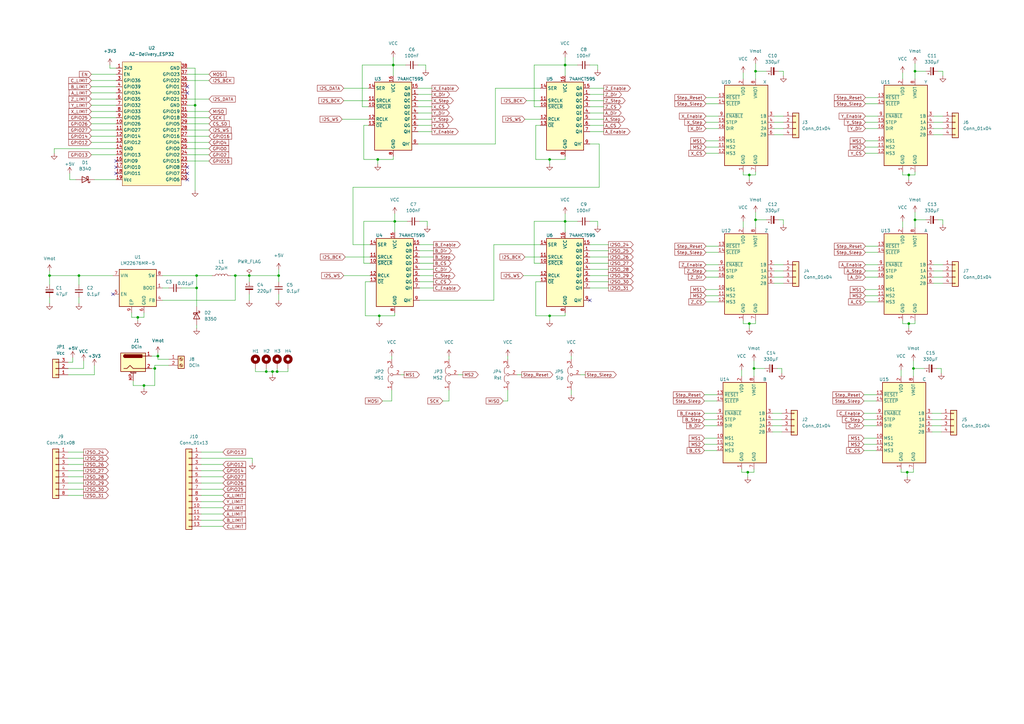
<source format=kicad_sch>
(kicad_sch (version 20210621) (generator eeschema)
  (paper "A3")
  (junction (at 20.32 113.03) (diameter 0.9144))
  (junction (at 32.385 113.03) (diameter 0.9144))
  (junction (at 56.515 130.175) (diameter 0.9144))
  (junction (at 59.055 158.115) (diameter 0.9144))
  (junction (at 63.5 151.13) (diameter 0.9144))
  (junction (at 64.77 146.05) (diameter 0.9144))
  (junction (at 80.01 43.18) (diameter 0.9144))
  (junction (at 80.645 113.03) (diameter 0.9144))
  (junction (at 80.645 118.11) (diameter 0.9144))
  (junction (at 96.52 113.03) (diameter 0.9144))
  (junction (at 102.235 113.03) (diameter 0.9144))
  (junction (at 109.22 152.4) (diameter 0.9144))
  (junction (at 111.76 152.4) (diameter 0.9144))
  (junction (at 113.665 152.4) (diameter 0.9144))
  (junction (at 114.3 113.03) (diameter 0.9144))
  (junction (at 154.94 65.405) (diameter 0.9144))
  (junction (at 155.575 129.54) (diameter 0.9144))
  (junction (at 161.29 26.67) (diameter 0.9144))
  (junction (at 161.925 90.805) (diameter 0.9144))
  (junction (at 225.425 65.405) (diameter 0.9144))
  (junction (at 225.425 129.54) (diameter 0.9144))
  (junction (at 231.775 26.67) (diameter 0.9144))
  (junction (at 231.775 90.805) (diameter 0.9144))
  (junction (at 306.705 193.675) (diameter 0.9144))
  (junction (at 307.34 71.755) (diameter 0.9144))
  (junction (at 307.34 132.715) (diameter 0.9144))
  (junction (at 309.245 151.13) (diameter 0.9144))
  (junction (at 309.88 29.21) (diameter 0.9144))
  (junction (at 309.88 90.17) (diameter 0.9144))
  (junction (at 372.11 193.675) (diameter 0.9144))
  (junction (at 372.745 71.755) (diameter 0.9144))
  (junction (at 372.745 132.715) (diameter 0.9144))
  (junction (at 374.65 151.13) (diameter 0.9144))
  (junction (at 375.285 29.21) (diameter 0.9144))
  (junction (at 375.285 90.17) (diameter 0.9144))
  (no_connect (at 46.355 120.65))
  (no_connect (at 47.625 66.04))
  (no_connect (at 47.625 68.58))
  (no_connect (at 47.625 71.12))
  (no_connect (at 76.835 35.56))
  (no_connect (at 76.835 38.1))
  (no_connect (at 76.835 68.58))
  (no_connect (at 76.835 71.12))
  (no_connect (at 76.835 73.66))
  (no_connect (at 241.935 123.19))
  (wire (pts (xy 20.32 111.125) (xy 20.32 113.03)))
  (wire (pts (xy 20.32 113.03) (xy 20.32 116.84)))
  (wire (pts (xy 20.32 121.92) (xy 20.32 124.46)))
  (wire (pts (xy 22.225 60.96) (xy 47.625 60.96)))
  (wire (pts (xy 22.225 62.865) (xy 22.225 60.96)))
  (wire (pts (xy 27.94 148.59) (xy 29.845 148.59)))
  (wire (pts (xy 27.94 151.13) (xy 34.29 151.13)))
  (wire (pts (xy 27.94 153.67) (xy 38.735 153.67)))
  (wire (pts (xy 27.94 185.42) (xy 34.29 185.42)))
  (wire (pts (xy 27.94 187.96) (xy 34.29 187.96)))
  (wire (pts (xy 27.94 190.5) (xy 34.29 190.5)))
  (wire (pts (xy 27.94 193.04) (xy 34.29 193.04)))
  (wire (pts (xy 27.94 195.58) (xy 34.29 195.58)))
  (wire (pts (xy 27.94 198.12) (xy 34.29 198.12)))
  (wire (pts (xy 27.94 200.66) (xy 34.29 200.66)))
  (wire (pts (xy 27.94 203.2) (xy 34.29 203.2)))
  (wire (pts (xy 28.575 71.12) (xy 28.575 73.66)))
  (wire (pts (xy 28.575 73.66) (xy 31.115 73.66)))
  (wire (pts (xy 29.845 148.59) (xy 29.845 146.685)))
  (wire (pts (xy 32.385 113.03) (xy 20.32 113.03)))
  (wire (pts (xy 32.385 113.03) (xy 32.385 116.84)))
  (wire (pts (xy 32.385 113.03) (xy 46.355 113.03)))
  (wire (pts (xy 32.385 121.92) (xy 32.385 124.46)))
  (wire (pts (xy 34.29 151.13) (xy 34.29 147.955)))
  (wire (pts (xy 37.465 30.48) (xy 47.625 30.48)))
  (wire (pts (xy 37.465 33.02) (xy 47.625 33.02)))
  (wire (pts (xy 37.465 35.56) (xy 47.625 35.56)))
  (wire (pts (xy 37.465 38.1) (xy 47.625 38.1)))
  (wire (pts (xy 37.465 40.64) (xy 47.625 40.64)))
  (wire (pts (xy 37.465 43.18) (xy 47.625 43.18)))
  (wire (pts (xy 37.465 45.72) (xy 47.625 45.72)))
  (wire (pts (xy 37.465 48.26) (xy 47.625 48.26)))
  (wire (pts (xy 37.465 50.8) (xy 47.625 50.8)))
  (wire (pts (xy 37.465 53.34) (xy 47.625 53.34)))
  (wire (pts (xy 37.465 55.88) (xy 47.625 55.88)))
  (wire (pts (xy 37.465 58.42) (xy 47.625 58.42)))
  (wire (pts (xy 37.465 63.5) (xy 47.625 63.5)))
  (wire (pts (xy 38.735 73.66) (xy 47.625 73.66)))
  (wire (pts (xy 38.735 153.67) (xy 38.735 149.86)))
  (wire (pts (xy 45.085 27.94) (xy 45.085 26.67)))
  (wire (pts (xy 47.625 27.94) (xy 45.085 27.94)))
  (wire (pts (xy 53.975 128.27) (xy 53.975 130.175)))
  (wire (pts (xy 53.975 130.175) (xy 56.515 130.175)))
  (wire (pts (xy 54.61 156.21) (xy 54.61 158.115)))
  (wire (pts (xy 54.61 158.115) (xy 59.055 158.115)))
  (wire (pts (xy 56.515 130.175) (xy 56.515 131.445)))
  (wire (pts (xy 56.515 130.175) (xy 59.055 130.175)))
  (wire (pts (xy 59.055 130.175) (xy 59.055 128.27)))
  (wire (pts (xy 59.055 158.115) (xy 59.055 159.385)))
  (wire (pts (xy 59.055 158.115) (xy 63.5 158.115)))
  (wire (pts (xy 62.23 146.05) (xy 64.77 146.05)))
  (wire (pts (xy 63.5 149.86) (xy 63.5 151.13)))
  (wire (pts (xy 63.5 151.13) (xy 62.23 151.13)))
  (wire (pts (xy 63.5 158.115) (xy 63.5 151.13)))
  (wire (pts (xy 64.77 146.05) (xy 64.77 144.78)))
  (wire (pts (xy 64.77 147.32) (xy 64.77 146.05)))
  (wire (pts (xy 66.675 113.03) (xy 80.645 113.03)))
  (wire (pts (xy 66.675 118.11) (xy 69.215 118.11)))
  (wire (pts (xy 66.675 123.19) (xy 96.52 123.19)))
  (wire (pts (xy 69.215 147.32) (xy 64.77 147.32)))
  (wire (pts (xy 69.215 149.86) (xy 63.5 149.86)))
  (wire (pts (xy 76.835 27.94) (xy 80.01 27.94)))
  (wire (pts (xy 76.835 30.48) (xy 85.725 30.48)))
  (wire (pts (xy 76.835 33.02) (xy 85.725 33.02)))
  (wire (pts (xy 76.835 40.64) (xy 85.725 40.64)))
  (wire (pts (xy 76.835 43.18) (xy 80.01 43.18)))
  (wire (pts (xy 76.835 45.72) (xy 85.725 45.72)))
  (wire (pts (xy 76.835 48.26) (xy 85.725 48.26)))
  (wire (pts (xy 76.835 50.8) (xy 85.725 50.8)))
  (wire (pts (xy 76.835 53.34) (xy 85.725 53.34)))
  (wire (pts (xy 76.835 55.88) (xy 85.725 55.88)))
  (wire (pts (xy 76.835 58.42) (xy 85.725 58.42)))
  (wire (pts (xy 76.835 60.96) (xy 85.725 60.96)))
  (wire (pts (xy 76.835 63.5) (xy 85.725 63.5)))
  (wire (pts (xy 76.835 66.04) (xy 85.725 66.04)))
  (wire (pts (xy 80.01 27.94) (xy 80.01 43.18)))
  (wire (pts (xy 80.01 43.18) (xy 80.01 78.105)))
  (wire (pts (xy 80.645 113.03) (xy 80.645 118.11)))
  (wire (pts (xy 80.645 113.03) (xy 86.995 113.03)))
  (wire (pts (xy 80.645 118.11) (xy 74.295 118.11)))
  (wire (pts (xy 80.645 118.11) (xy 80.645 125.73)))
  (wire (pts (xy 80.645 133.35) (xy 80.645 134.62)))
  (wire (pts (xy 82.55 185.42) (xy 91.44 185.42)))
  (wire (pts (xy 82.55 187.96) (xy 103.505 187.96)))
  (wire (pts (xy 82.55 190.5) (xy 91.44 190.5)))
  (wire (pts (xy 82.55 193.04) (xy 91.44 193.04)))
  (wire (pts (xy 82.55 195.58) (xy 91.44 195.58)))
  (wire (pts (xy 82.55 198.12) (xy 91.44 198.12)))
  (wire (pts (xy 82.55 200.66) (xy 91.44 200.66)))
  (wire (pts (xy 82.55 203.2) (xy 91.44 203.2)))
  (wire (pts (xy 82.55 205.74) (xy 91.44 205.74)))
  (wire (pts (xy 82.55 208.28) (xy 91.44 208.28)))
  (wire (pts (xy 82.55 210.82) (xy 91.44 210.82)))
  (wire (pts (xy 82.55 213.36) (xy 91.44 213.36)))
  (wire (pts (xy 82.55 215.9) (xy 91.44 215.9)))
  (wire (pts (xy 96.52 113.03) (xy 94.615 113.03)))
  (wire (pts (xy 96.52 123.19) (xy 96.52 113.03)))
  (wire (pts (xy 102.235 113.03) (xy 96.52 113.03)))
  (wire (pts (xy 102.235 113.03) (xy 102.235 115.57)))
  (wire (pts (xy 102.235 120.65) (xy 102.235 123.19)))
  (wire (pts (xy 103.505 187.96) (xy 103.505 189.865)))
  (wire (pts (xy 104.775 151.13) (xy 104.775 152.4)))
  (wire (pts (xy 104.775 152.4) (xy 109.22 152.4)))
  (wire (pts (xy 109.22 151.13) (xy 109.22 152.4)))
  (wire (pts (xy 109.22 152.4) (xy 111.76 152.4)))
  (wire (pts (xy 111.76 152.4) (xy 111.76 153.67)))
  (wire (pts (xy 111.76 152.4) (xy 113.665 152.4)))
  (wire (pts (xy 113.665 151.13) (xy 113.665 152.4)))
  (wire (pts (xy 113.665 152.4) (xy 118.11 152.4)))
  (wire (pts (xy 114.3 110.49) (xy 114.3 113.03)))
  (wire (pts (xy 114.3 113.03) (xy 102.235 113.03)))
  (wire (pts (xy 114.3 115.57) (xy 114.3 113.03)))
  (wire (pts (xy 114.3 120.65) (xy 114.3 123.19)))
  (wire (pts (xy 118.11 152.4) (xy 118.11 151.13)))
  (wire (pts (xy 140.335 48.895) (xy 151.13 48.895)))
  (wire (pts (xy 140.97 36.195) (xy 151.13 36.195)))
  (wire (pts (xy 140.97 41.275) (xy 151.13 41.275)))
  (wire (pts (xy 140.97 113.03) (xy 151.765 113.03)))
  (wire (pts (xy 141.605 105.41) (xy 151.765 105.41)))
  (wire (pts (xy 144.78 76.835) (xy 144.78 100.33)))
  (wire (pts (xy 144.78 100.33) (xy 151.765 100.33)))
  (wire (pts (xy 148.59 26.67) (xy 161.29 26.67)))
  (wire (pts (xy 148.59 43.815) (xy 148.59 26.67)))
  (wire (pts (xy 149.225 51.435) (xy 149.225 65.405)))
  (wire (pts (xy 149.225 65.405) (xy 154.94 65.405)))
  (wire (pts (xy 149.225 90.805) (xy 161.925 90.805)))
  (wire (pts (xy 149.225 107.95) (xy 149.225 90.805)))
  (wire (pts (xy 149.86 115.57) (xy 149.86 129.54)))
  (wire (pts (xy 149.86 129.54) (xy 155.575 129.54)))
  (wire (pts (xy 151.13 43.815) (xy 148.59 43.815)))
  (wire (pts (xy 151.13 51.435) (xy 149.225 51.435)))
  (wire (pts (xy 151.765 107.95) (xy 149.225 107.95)))
  (wire (pts (xy 151.765 115.57) (xy 149.86 115.57)))
  (wire (pts (xy 154.94 65.405) (xy 154.94 67.31)))
  (wire (pts (xy 154.94 65.405) (xy 161.29 65.405)))
  (wire (pts (xy 155.575 129.54) (xy 155.575 131.445)))
  (wire (pts (xy 155.575 129.54) (xy 161.925 129.54)))
  (wire (pts (xy 156.845 164.465) (xy 160.655 164.465)))
  (wire (pts (xy 160.655 146.05) (xy 160.655 147.32)))
  (wire (pts (xy 160.655 160.02) (xy 160.655 164.465)))
  (wire (pts (xy 161.29 23.495) (xy 161.29 26.67)))
  (wire (pts (xy 161.29 26.67) (xy 161.29 31.115)))
  (wire (pts (xy 161.29 26.67) (xy 166.37 26.67)))
  (wire (pts (xy 161.29 65.405) (xy 161.29 64.135)))
  (wire (pts (xy 161.925 87.63) (xy 161.925 90.805)))
  (wire (pts (xy 161.925 90.805) (xy 161.925 95.25)))
  (wire (pts (xy 161.925 90.805) (xy 167.005 90.805)))
  (wire (pts (xy 161.925 129.54) (xy 161.925 128.27)))
  (wire (pts (xy 164.465 153.67) (xy 165.735 153.67)))
  (wire (pts (xy 171.45 26.67) (xy 174.625 26.67)))
  (wire (pts (xy 171.45 36.195) (xy 177.165 36.195)))
  (wire (pts (xy 171.45 38.735) (xy 177.165 38.735)))
  (wire (pts (xy 171.45 41.275) (xy 177.165 41.275)))
  (wire (pts (xy 171.45 43.815) (xy 177.165 43.815)))
  (wire (pts (xy 171.45 46.355) (xy 177.165 46.355)))
  (wire (pts (xy 171.45 48.895) (xy 177.165 48.895)))
  (wire (pts (xy 171.45 51.435) (xy 177.165 51.435)))
  (wire (pts (xy 171.45 53.975) (xy 177.165 53.975)))
  (wire (pts (xy 171.45 59.055) (xy 203.2 59.055)))
  (wire (pts (xy 172.085 90.805) (xy 175.26 90.805)))
  (wire (pts (xy 172.085 100.33) (xy 177.8 100.33)))
  (wire (pts (xy 172.085 102.87) (xy 177.8 102.87)))
  (wire (pts (xy 172.085 105.41) (xy 177.8 105.41)))
  (wire (pts (xy 172.085 107.95) (xy 177.8 107.95)))
  (wire (pts (xy 172.085 110.49) (xy 177.8 110.49)))
  (wire (pts (xy 172.085 113.03) (xy 177.8 113.03)))
  (wire (pts (xy 172.085 115.57) (xy 177.8 115.57)))
  (wire (pts (xy 172.085 118.11) (xy 177.8 118.11)))
  (wire (pts (xy 172.085 123.19) (xy 202.565 123.19)))
  (wire (pts (xy 174.625 26.67) (xy 174.625 28.575)))
  (wire (pts (xy 175.26 90.805) (xy 175.26 92.71)))
  (wire (pts (xy 181.61 164.465) (xy 184.15 164.465)))
  (wire (pts (xy 184.15 146.05) (xy 184.15 147.32)))
  (wire (pts (xy 184.15 160.02) (xy 184.15 164.465)))
  (wire (pts (xy 187.96 153.67) (xy 189.865 153.67)))
  (wire (pts (xy 202.565 100.33) (xy 221.615 100.33)))
  (wire (pts (xy 202.565 123.19) (xy 202.565 100.33)))
  (wire (pts (xy 203.2 36.195) (xy 221.615 36.195)))
  (wire (pts (xy 203.2 59.055) (xy 203.2 36.195)))
  (wire (pts (xy 206.375 164.465) (xy 208.28 164.465)))
  (wire (pts (xy 208.28 146.05) (xy 208.28 147.32)))
  (wire (pts (xy 208.28 160.02) (xy 208.28 164.465)))
  (wire (pts (xy 212.09 153.67) (xy 213.995 153.67)))
  (wire (pts (xy 214.63 113.03) (xy 221.615 113.03)))
  (wire (pts (xy 215.265 48.895) (xy 221.615 48.895)))
  (wire (pts (xy 215.265 105.41) (xy 221.615 105.41)))
  (wire (pts (xy 215.9 41.275) (xy 221.615 41.275)))
  (wire (pts (xy 219.075 26.67) (xy 231.775 26.67)))
  (wire (pts (xy 219.075 43.815) (xy 219.075 26.67)))
  (wire (pts (xy 219.075 90.805) (xy 231.775 90.805)))
  (wire (pts (xy 219.075 107.95) (xy 219.075 90.805)))
  (wire (pts (xy 219.71 51.435) (xy 219.71 65.405)))
  (wire (pts (xy 219.71 65.405) (xy 225.425 65.405)))
  (wire (pts (xy 219.71 115.57) (xy 219.71 129.54)))
  (wire (pts (xy 219.71 129.54) (xy 225.425 129.54)))
  (wire (pts (xy 221.615 43.815) (xy 219.075 43.815)))
  (wire (pts (xy 221.615 51.435) (xy 219.71 51.435)))
  (wire (pts (xy 221.615 107.95) (xy 219.075 107.95)))
  (wire (pts (xy 221.615 115.57) (xy 219.71 115.57)))
  (wire (pts (xy 225.425 65.405) (xy 225.425 67.31)))
  (wire (pts (xy 225.425 65.405) (xy 231.775 65.405)))
  (wire (pts (xy 225.425 129.54) (xy 225.425 131.445)))
  (wire (pts (xy 225.425 129.54) (xy 231.775 129.54)))
  (wire (pts (xy 231.775 23.495) (xy 231.775 26.67)))
  (wire (pts (xy 231.775 26.67) (xy 231.775 31.115)))
  (wire (pts (xy 231.775 26.67) (xy 236.855 26.67)))
  (wire (pts (xy 231.775 65.405) (xy 231.775 64.135)))
  (wire (pts (xy 231.775 87.63) (xy 231.775 90.805)))
  (wire (pts (xy 231.775 90.805) (xy 231.775 95.25)))
  (wire (pts (xy 231.775 90.805) (xy 236.855 90.805)))
  (wire (pts (xy 231.775 129.54) (xy 231.775 128.27)))
  (wire (pts (xy 234.315 146.05) (xy 234.315 147.32)))
  (wire (pts (xy 234.315 160.02) (xy 234.315 161.925)))
  (wire (pts (xy 238.125 153.67) (xy 240.03 153.67)))
  (wire (pts (xy 241.935 26.67) (xy 245.11 26.67)))
  (wire (pts (xy 241.935 36.195) (xy 247.65 36.195)))
  (wire (pts (xy 241.935 38.735) (xy 247.65 38.735)))
  (wire (pts (xy 241.935 41.275) (xy 247.65 41.275)))
  (wire (pts (xy 241.935 43.815) (xy 247.65 43.815)))
  (wire (pts (xy 241.935 46.355) (xy 247.65 46.355)))
  (wire (pts (xy 241.935 48.895) (xy 247.65 48.895)))
  (wire (pts (xy 241.935 51.435) (xy 247.65 51.435)))
  (wire (pts (xy 241.935 53.975) (xy 247.65 53.975)))
  (wire (pts (xy 241.935 59.055) (xy 245.745 59.055)))
  (wire (pts (xy 241.935 90.805) (xy 245.11 90.805)))
  (wire (pts (xy 241.935 100.33) (xy 249.555 100.33)))
  (wire (pts (xy 241.935 102.87) (xy 249.555 102.87)))
  (wire (pts (xy 241.935 105.41) (xy 249.555 105.41)))
  (wire (pts (xy 241.935 107.95) (xy 249.555 107.95)))
  (wire (pts (xy 241.935 110.49) (xy 249.555 110.49)))
  (wire (pts (xy 241.935 113.03) (xy 249.555 113.03)))
  (wire (pts (xy 241.935 115.57) (xy 249.555 115.57)))
  (wire (pts (xy 241.935 118.11) (xy 249.555 118.11)))
  (wire (pts (xy 245.11 26.67) (xy 245.11 28.575)))
  (wire (pts (xy 245.11 90.805) (xy 245.11 92.71)))
  (wire (pts (xy 245.745 59.055) (xy 245.745 76.835)))
  (wire (pts (xy 245.745 76.835) (xy 144.78 76.835)))
  (wire (pts (xy 288.925 161.925) (xy 294.005 161.925)))
  (wire (pts (xy 288.925 164.465) (xy 294.005 164.465)))
  (wire (pts (xy 288.925 169.545) (xy 294.005 169.545)))
  (wire (pts (xy 288.925 172.085) (xy 294.005 172.085)))
  (wire (pts (xy 288.925 174.625) (xy 294.005 174.625)))
  (wire (pts (xy 288.925 179.705) (xy 294.005 179.705)))
  (wire (pts (xy 288.925 182.245) (xy 294.005 182.245)))
  (wire (pts (xy 288.925 184.785) (xy 294.005 184.785)))
  (wire (pts (xy 289.56 40.005) (xy 294.64 40.005)))
  (wire (pts (xy 289.56 42.545) (xy 294.64 42.545)))
  (wire (pts (xy 289.56 47.625) (xy 294.64 47.625)))
  (wire (pts (xy 289.56 50.165) (xy 294.64 50.165)))
  (wire (pts (xy 289.56 52.705) (xy 294.64 52.705)))
  (wire (pts (xy 289.56 57.785) (xy 294.64 57.785)))
  (wire (pts (xy 289.56 60.325) (xy 294.64 60.325)))
  (wire (pts (xy 289.56 62.865) (xy 294.64 62.865)))
  (wire (pts (xy 289.56 100.965) (xy 294.64 100.965)))
  (wire (pts (xy 289.56 103.505) (xy 294.64 103.505)))
  (wire (pts (xy 289.56 108.585) (xy 294.64 108.585)))
  (wire (pts (xy 289.56 111.125) (xy 294.64 111.125)))
  (wire (pts (xy 289.56 113.665) (xy 294.64 113.665)))
  (wire (pts (xy 289.56 118.745) (xy 294.64 118.745)))
  (wire (pts (xy 289.56 121.285) (xy 294.64 121.285)))
  (wire (pts (xy 289.56 123.825) (xy 294.64 123.825)))
  (wire (pts (xy 304.165 151.765) (xy 304.165 154.305)))
  (wire (pts (xy 304.165 192.405) (xy 304.165 193.675)))
  (wire (pts (xy 304.165 193.675) (xy 306.705 193.675)))
  (wire (pts (xy 304.8 29.845) (xy 304.8 32.385)))
  (wire (pts (xy 304.8 70.485) (xy 304.8 71.755)))
  (wire (pts (xy 304.8 71.755) (xy 307.34 71.755)))
  (wire (pts (xy 304.8 90.805) (xy 304.8 93.345)))
  (wire (pts (xy 304.8 131.445) (xy 304.8 132.715)))
  (wire (pts (xy 304.8 132.715) (xy 307.34 132.715)))
  (wire (pts (xy 306.705 193.675) (xy 306.705 195.58)))
  (wire (pts (xy 306.705 193.675) (xy 309.245 193.675)))
  (wire (pts (xy 307.34 71.755) (xy 307.34 73.66)))
  (wire (pts (xy 307.34 71.755) (xy 309.88 71.755)))
  (wire (pts (xy 307.34 132.715) (xy 307.34 134.62)))
  (wire (pts (xy 307.34 132.715) (xy 309.88 132.715)))
  (wire (pts (xy 309.245 147.955) (xy 309.245 151.13)))
  (wire (pts (xy 309.245 151.13) (xy 309.245 154.305)))
  (wire (pts (xy 309.245 151.13) (xy 313.69 151.13)))
  (wire (pts (xy 309.245 193.675) (xy 309.245 192.405)))
  (wire (pts (xy 309.88 26.035) (xy 309.88 29.21)))
  (wire (pts (xy 309.88 29.21) (xy 309.88 32.385)))
  (wire (pts (xy 309.88 29.21) (xy 314.325 29.21)))
  (wire (pts (xy 309.88 71.755) (xy 309.88 70.485)))
  (wire (pts (xy 309.88 86.995) (xy 309.88 90.17)))
  (wire (pts (xy 309.88 90.17) (xy 309.88 93.345)))
  (wire (pts (xy 309.88 90.17) (xy 314.325 90.17)))
  (wire (pts (xy 309.88 132.715) (xy 309.88 131.445)))
  (wire (pts (xy 316.865 169.545) (xy 320.675 169.545)))
  (wire (pts (xy 316.865 172.085) (xy 320.675 172.085)))
  (wire (pts (xy 316.865 174.625) (xy 320.675 174.625)))
  (wire (pts (xy 316.865 177.165) (xy 320.675 177.165)))
  (wire (pts (xy 317.5 47.625) (xy 321.31 47.625)))
  (wire (pts (xy 317.5 50.165) (xy 321.31 50.165)))
  (wire (pts (xy 317.5 52.705) (xy 321.31 52.705)))
  (wire (pts (xy 317.5 55.245) (xy 321.31 55.245)))
  (wire (pts (xy 317.5 108.585) (xy 321.31 108.585)))
  (wire (pts (xy 317.5 111.125) (xy 321.31 111.125)))
  (wire (pts (xy 317.5 113.665) (xy 321.31 113.665)))
  (wire (pts (xy 317.5 116.205) (xy 321.31 116.205)))
  (wire (pts (xy 318.77 151.13) (xy 320.675 151.13)))
  (wire (pts (xy 319.405 29.21) (xy 321.31 29.21)))
  (wire (pts (xy 319.405 90.17) (xy 321.31 90.17)))
  (wire (pts (xy 320.675 151.13) (xy 320.675 153.035)))
  (wire (pts (xy 321.31 29.21) (xy 321.31 31.115)))
  (wire (pts (xy 321.31 90.17) (xy 321.31 92.075)))
  (wire (pts (xy 354.33 161.925) (xy 359.41 161.925)))
  (wire (pts (xy 354.33 164.465) (xy 359.41 164.465)))
  (wire (pts (xy 354.33 169.545) (xy 359.41 169.545)))
  (wire (pts (xy 354.33 172.085) (xy 359.41 172.085)))
  (wire (pts (xy 354.33 174.625) (xy 359.41 174.625)))
  (wire (pts (xy 354.33 179.705) (xy 359.41 179.705)))
  (wire (pts (xy 354.33 182.245) (xy 359.41 182.245)))
  (wire (pts (xy 354.33 184.785) (xy 359.41 184.785)))
  (wire (pts (xy 354.965 40.005) (xy 360.045 40.005)))
  (wire (pts (xy 354.965 42.545) (xy 360.045 42.545)))
  (wire (pts (xy 354.965 47.625) (xy 360.045 47.625)))
  (wire (pts (xy 354.965 50.165) (xy 360.045 50.165)))
  (wire (pts (xy 354.965 52.705) (xy 360.045 52.705)))
  (wire (pts (xy 354.965 57.785) (xy 360.045 57.785)))
  (wire (pts (xy 354.965 60.325) (xy 360.045 60.325)))
  (wire (pts (xy 354.965 62.865) (xy 360.045 62.865)))
  (wire (pts (xy 354.965 100.965) (xy 360.045 100.965)))
  (wire (pts (xy 354.965 103.505) (xy 360.045 103.505)))
  (wire (pts (xy 354.965 108.585) (xy 360.045 108.585)))
  (wire (pts (xy 354.965 111.125) (xy 360.045 111.125)))
  (wire (pts (xy 354.965 113.665) (xy 360.045 113.665)))
  (wire (pts (xy 354.965 118.745) (xy 360.045 118.745)))
  (wire (pts (xy 354.965 121.285) (xy 360.045 121.285)))
  (wire (pts (xy 354.965 123.825) (xy 360.045 123.825)))
  (wire (pts (xy 369.57 151.765) (xy 369.57 154.305)))
  (wire (pts (xy 369.57 192.405) (xy 369.57 193.675)))
  (wire (pts (xy 369.57 193.675) (xy 372.11 193.675)))
  (wire (pts (xy 370.205 29.845) (xy 370.205 32.385)))
  (wire (pts (xy 370.205 70.485) (xy 370.205 71.755)))
  (wire (pts (xy 370.205 71.755) (xy 372.745 71.755)))
  (wire (pts (xy 370.205 90.805) (xy 370.205 93.345)))
  (wire (pts (xy 370.205 131.445) (xy 370.205 132.715)))
  (wire (pts (xy 370.205 132.715) (xy 372.745 132.715)))
  (wire (pts (xy 372.11 193.675) (xy 372.11 195.58)))
  (wire (pts (xy 372.11 193.675) (xy 374.65 193.675)))
  (wire (pts (xy 372.745 71.755) (xy 372.745 73.66)))
  (wire (pts (xy 372.745 71.755) (xy 375.285 71.755)))
  (wire (pts (xy 372.745 132.715) (xy 372.745 134.62)))
  (wire (pts (xy 372.745 132.715) (xy 375.285 132.715)))
  (wire (pts (xy 374.65 147.955) (xy 374.65 151.13)))
  (wire (pts (xy 374.65 151.13) (xy 374.65 154.305)))
  (wire (pts (xy 374.65 151.13) (xy 379.095 151.13)))
  (wire (pts (xy 374.65 193.675) (xy 374.65 192.405)))
  (wire (pts (xy 375.285 26.035) (xy 375.285 29.21)))
  (wire (pts (xy 375.285 29.21) (xy 375.285 32.385)))
  (wire (pts (xy 375.285 29.21) (xy 379.73 29.21)))
  (wire (pts (xy 375.285 71.755) (xy 375.285 70.485)))
  (wire (pts (xy 375.285 86.995) (xy 375.285 90.17)))
  (wire (pts (xy 375.285 90.17) (xy 375.285 93.345)))
  (wire (pts (xy 375.285 90.17) (xy 379.73 90.17)))
  (wire (pts (xy 375.285 132.715) (xy 375.285 131.445)))
  (wire (pts (xy 382.27 169.545) (xy 386.08 169.545)))
  (wire (pts (xy 382.27 172.085) (xy 386.08 172.085)))
  (wire (pts (xy 382.27 174.625) (xy 386.08 174.625)))
  (wire (pts (xy 382.27 177.165) (xy 386.08 177.165)))
  (wire (pts (xy 382.905 47.625) (xy 386.715 47.625)))
  (wire (pts (xy 382.905 50.165) (xy 386.715 50.165)))
  (wire (pts (xy 382.905 52.705) (xy 386.715 52.705)))
  (wire (pts (xy 382.905 55.245) (xy 386.715 55.245)))
  (wire (pts (xy 382.905 108.585) (xy 386.715 108.585)))
  (wire (pts (xy 382.905 111.125) (xy 386.715 111.125)))
  (wire (pts (xy 382.905 113.665) (xy 386.715 113.665)))
  (wire (pts (xy 382.905 116.205) (xy 386.715 116.205)))
  (wire (pts (xy 384.175 151.13) (xy 386.08 151.13)))
  (wire (pts (xy 384.81 29.21) (xy 386.715 29.21)))
  (wire (pts (xy 384.81 90.17) (xy 386.715 90.17)))
  (wire (pts (xy 386.08 151.13) (xy 386.08 153.035)))
  (wire (pts (xy 386.715 29.21) (xy 386.715 31.115)))
  (wire (pts (xy 386.715 90.17) (xy 386.715 92.075)))
  (global_label "I2SO_24" (shape output) (at 34.29 185.42 0) (property "Intersheet References" "${INTERSHEET_REFS}" (effects hide)))
  (global_label "I2SO_25" (shape output) (at 34.29 187.96 0) (property "Intersheet References" "${INTERSHEET_REFS}" (effects hide)))
  (global_label "I2SO_26" (shape output) (at 34.29 190.5 0) (property "Intersheet References" "${INTERSHEET_REFS}" (effects hide)))
  (global_label "I2SO_27" (shape output) (at 34.29 193.04 0) (property "Intersheet References" "${INTERSHEET_REFS}" (effects hide)))
  (global_label "I2SO_28" (shape output) (at 34.29 195.58 0) (property "Intersheet References" "${INTERSHEET_REFS}" (effects hide)))
  (global_label "I2SO_29" (shape output) (at 34.29 198.12 0) (property "Intersheet References" "${INTERSHEET_REFS}" (effects hide)))
  (global_label "I2SO_30" (shape output) (at 34.29 200.66 0) (property "Intersheet References" "${INTERSHEET_REFS}" (effects hide)))
  (global_label "I2SO_31" (shape output) (at 34.29 203.2 0) (property "Intersheet References" "${INTERSHEET_REFS}" (effects hide)))
  (global_label "EN" (shape input) (at 37.465 30.48 180) (property "Intersheet References" "${INTERSHEET_REFS}" (effects hide)))
  (global_label "C_LIMIT" (shape input) (at 37.465 33.02 180) (property "Intersheet References" "${INTERSHEET_REFS}" (effects hide)))
  (global_label "B_LIMIT" (shape input) (at 37.465 35.56 180) (property "Intersheet References" "${INTERSHEET_REFS}" (effects hide)))
  (global_label "A_LIMIT" (shape input) (at 37.465 38.1 180) (property "Intersheet References" "${INTERSHEET_REFS}" (effects hide)))
  (global_label "Z_LIMIT" (shape input) (at 37.465 40.64 180) (property "Intersheet References" "${INTERSHEET_REFS}" (effects hide)))
  (global_label "Y_LIMIT" (shape input) (at 37.465 43.18 180) (property "Intersheet References" "${INTERSHEET_REFS}" (effects hide)))
  (global_label "X_LIMIT" (shape input) (at 37.465 45.72 180) (property "Intersheet References" "${INTERSHEET_REFS}" (effects hide)))
  (global_label "GPIO25" (shape input) (at 37.465 48.26 180) (property "Intersheet References" "${INTERSHEET_REFS}" (effects hide)))
  (global_label "GPIO26" (shape input) (at 37.465 50.8 180) (property "Intersheet References" "${INTERSHEET_REFS}" (effects hide)))
  (global_label "GPIO27" (shape input) (at 37.465 53.34 180) (property "Intersheet References" "${INTERSHEET_REFS}" (effects hide)))
  (global_label "GPIO14" (shape input) (at 37.465 55.88 180) (property "Intersheet References" "${INTERSHEET_REFS}" (effects hide)))
  (global_label "GPIO12" (shape input) (at 37.465 58.42 180) (property "Intersheet References" "${INTERSHEET_REFS}" (effects hide)))
  (global_label "GPIO13" (shape input) (at 37.465 63.5 180) (property "Intersheet References" "${INTERSHEET_REFS}" (effects hide)))
  (global_label "MOSI" (shape input) (at 85.725 30.48 0) (property "Intersheet References" "${INTERSHEET_REFS}" (effects hide)))
  (global_label "I2S_BCK" (shape input) (at 85.725 33.02 0) (property "Intersheet References" "${INTERSHEET_REFS}" (effects hide)))
  (global_label "I2S_DATA" (shape input) (at 85.725 40.64 0) (property "Intersheet References" "${INTERSHEET_REFS}" (effects hide)))
  (global_label "MISO" (shape input) (at 85.725 45.72 0) (property "Intersheet References" "${INTERSHEET_REFS}" (effects hide)))
  (global_label "SCK" (shape input) (at 85.725 48.26 0) (property "Intersheet References" "${INTERSHEET_REFS}" (effects hide)))
  (global_label "CS_SD" (shape input) (at 85.725 50.8 0) (property "Intersheet References" "${INTERSHEET_REFS}" (effects hide)))
  (global_label "I2S_WS" (shape input) (at 85.725 53.34 0) (property "Intersheet References" "${INTERSHEET_REFS}" (effects hide)))
  (global_label "GPIO16" (shape input) (at 85.725 55.88 0) (property "Intersheet References" "${INTERSHEET_REFS}" (effects hide)))
  (global_label "GPIO4" (shape input) (at 85.725 58.42 0) (property "Intersheet References" "${INTERSHEET_REFS}" (effects hide)))
  (global_label "GPIO0" (shape input) (at 85.725 60.96 0) (property "Intersheet References" "${INTERSHEET_REFS}" (effects hide)))
  (global_label "GPIO2" (shape input) (at 85.725 63.5 0) (property "Intersheet References" "${INTERSHEET_REFS}" (effects hide)))
  (global_label "GPIO15" (shape input) (at 85.725 66.04 0) (property "Intersheet References" "${INTERSHEET_REFS}" (effects hide)))
  (global_label "GPIO13" (shape input) (at 91.44 185.42 0) (property "Intersheet References" "${INTERSHEET_REFS}" (effects hide)))
  (global_label "GPIO12" (shape input) (at 91.44 190.5 0) (property "Intersheet References" "${INTERSHEET_REFS}" (effects hide)))
  (global_label "GPIO14" (shape input) (at 91.44 193.04 0) (property "Intersheet References" "${INTERSHEET_REFS}" (effects hide)))
  (global_label "GPIO27" (shape input) (at 91.44 195.58 0) (property "Intersheet References" "${INTERSHEET_REFS}" (effects hide)))
  (global_label "GPIO26" (shape input) (at 91.44 198.12 0) (property "Intersheet References" "${INTERSHEET_REFS}" (effects hide)))
  (global_label "GPIO25" (shape input) (at 91.44 200.66 0) (property "Intersheet References" "${INTERSHEET_REFS}" (effects hide)))
  (global_label "X_LIMIT" (shape input) (at 91.44 203.2 0) (property "Intersheet References" "${INTERSHEET_REFS}" (effects hide)))
  (global_label "Y_LIMIT" (shape input) (at 91.44 205.74 0) (property "Intersheet References" "${INTERSHEET_REFS}" (effects hide)))
  (global_label "Z_LIMIT" (shape input) (at 91.44 208.28 0) (property "Intersheet References" "${INTERSHEET_REFS}" (effects hide)))
  (global_label "A_LIMIT" (shape input) (at 91.44 210.82 0) (property "Intersheet References" "${INTERSHEET_REFS}" (effects hide)))
  (global_label "B_LIMIT" (shape input) (at 91.44 213.36 0) (property "Intersheet References" "${INTERSHEET_REFS}" (effects hide)))
  (global_label "C_LIMIT" (shape input) (at 91.44 215.9 0) (property "Intersheet References" "${INTERSHEET_REFS}" (effects hide)))
  (global_label "I2S_WS" (shape input) (at 140.335 48.895 180) (property "Intersheet References" "${INTERSHEET_REFS}" (effects hide)))
  (global_label "I2S_DATA" (shape input) (at 140.97 36.195 180) (property "Intersheet References" "${INTERSHEET_REFS}" (effects hide)))
  (global_label "I2S_BCK" (shape input) (at 140.97 41.275 180) (property "Intersheet References" "${INTERSHEET_REFS}" (effects hide)))
  (global_label "I2S_WS" (shape input) (at 140.97 113.03 180) (property "Intersheet References" "${INTERSHEET_REFS}" (effects hide)))
  (global_label "I2S_BCK" (shape input) (at 141.605 105.41 180) (property "Intersheet References" "${INTERSHEET_REFS}" (effects hide)))
  (global_label "MOSI" (shape input) (at 156.845 164.465 180) (property "Intersheet References" "${INTERSHEET_REFS}" (effects hide)))
  (global_label "MS1" (shape output) (at 165.735 153.67 0) (property "Intersheet References" "${INTERSHEET_REFS}" (effects hide)))
  (global_label "X_Enable" (shape output) (at 177.165 36.195 0) (property "Intersheet References" "${INTERSHEET_REFS}" (effects hide)))
  (global_label "X_Dir" (shape output) (at 177.165 38.735 0) (property "Intersheet References" "${INTERSHEET_REFS}" (effects hide)))
  (global_label "X_Step" (shape output) (at 177.165 41.275 0) (property "Intersheet References" "${INTERSHEET_REFS}" (effects hide)))
  (global_label "X_CS" (shape output) (at 177.165 43.815 0) (property "Intersheet References" "${INTERSHEET_REFS}" (effects hide)))
  (global_label "Y_Dir" (shape output) (at 177.165 46.355 0) (property "Intersheet References" "${INTERSHEET_REFS}" (effects hide)))
  (global_label "Y_Step" (shape output) (at 177.165 48.895 0) (property "Intersheet References" "${INTERSHEET_REFS}" (effects hide)))
  (global_label "Y_CS" (shape output) (at 177.165 51.435 0) (property "Intersheet References" "${INTERSHEET_REFS}" (effects hide)))
  (global_label "Y_Enable" (shape output) (at 177.165 53.975 0) (property "Intersheet References" "${INTERSHEET_REFS}" (effects hide)))
  (global_label "B_Enable" (shape output) (at 177.8 100.33 0) (property "Intersheet References" "${INTERSHEET_REFS}" (effects hide)))
  (global_label "B_Dir" (shape output) (at 177.8 102.87 0) (property "Intersheet References" "${INTERSHEET_REFS}" (effects hide)))
  (global_label "B_Step" (shape output) (at 177.8 105.41 0) (property "Intersheet References" "${INTERSHEET_REFS}" (effects hide)))
  (global_label "B_CS" (shape output) (at 177.8 107.95 0) (property "Intersheet References" "${INTERSHEET_REFS}" (effects hide)))
  (global_label "C_Dir" (shape output) (at 177.8 110.49 0) (property "Intersheet References" "${INTERSHEET_REFS}" (effects hide)))
  (global_label "C_Step" (shape output) (at 177.8 113.03 0) (property "Intersheet References" "${INTERSHEET_REFS}" (effects hide)))
  (global_label "C_CS" (shape output) (at 177.8 115.57 0) (property "Intersheet References" "${INTERSHEET_REFS}" (effects hide)))
  (global_label "C_Enable" (shape output) (at 177.8 118.11 0) (property "Intersheet References" "${INTERSHEET_REFS}" (effects hide)))
  (global_label "SCK" (shape input) (at 181.61 164.465 180) (property "Intersheet References" "${INTERSHEET_REFS}" (effects hide)))
  (global_label "MS2" (shape output) (at 189.865 153.67 0) (property "Intersheet References" "${INTERSHEET_REFS}" (effects hide)))
  (global_label "MISO" (shape input) (at 206.375 164.465 180) (property "Intersheet References" "${INTERSHEET_REFS}" (effects hide)))
  (global_label "Step_Reset" (shape output) (at 213.995 153.67 0) (property "Intersheet References" "${INTERSHEET_REFS}" (effects hide)))
  (global_label "I2S_WS" (shape input) (at 214.63 113.03 180) (property "Intersheet References" "${INTERSHEET_REFS}" (effects hide)))
  (global_label "I2S_WS" (shape input) (at 215.265 48.895 180) (property "Intersheet References" "${INTERSHEET_REFS}" (effects hide)))
  (global_label "I2S_BCK" (shape input) (at 215.265 105.41 180) (property "Intersheet References" "${INTERSHEET_REFS}" (effects hide)))
  (global_label "I2S_BCK" (shape input) (at 215.9 41.275 180) (property "Intersheet References" "${INTERSHEET_REFS}" (effects hide)))
  (global_label "Step_Sleep" (shape output) (at 240.03 153.67 0) (property "Intersheet References" "${INTERSHEET_REFS}" (effects hide)))
  (global_label "Z_Enable" (shape output) (at 247.65 36.195 0) (property "Intersheet References" "${INTERSHEET_REFS}" (effects hide)))
  (global_label "Z_Dir" (shape output) (at 247.65 38.735 0) (property "Intersheet References" "${INTERSHEET_REFS}" (effects hide)))
  (global_label "Z_Step" (shape output) (at 247.65 41.275 0) (property "Intersheet References" "${INTERSHEET_REFS}" (effects hide)))
  (global_label "Z_CS" (shape output) (at 247.65 43.815 0) (property "Intersheet References" "${INTERSHEET_REFS}" (effects hide)))
  (global_label "A_Dir" (shape output) (at 247.65 46.355 0) (property "Intersheet References" "${INTERSHEET_REFS}" (effects hide)))
  (global_label "A_Step" (shape output) (at 247.65 48.895 0) (property "Intersheet References" "${INTERSHEET_REFS}" (effects hide)))
  (global_label "A_CS" (shape output) (at 247.65 51.435 0) (property "Intersheet References" "${INTERSHEET_REFS}" (effects hide)))
  (global_label "A_Enable" (shape output) (at 247.65 53.975 0) (property "Intersheet References" "${INTERSHEET_REFS}" (effects hide)))
  (global_label "I2SO_24" (shape output) (at 249.555 100.33 0) (property "Intersheet References" "${INTERSHEET_REFS}" (effects hide)))
  (global_label "I2SO_25" (shape output) (at 249.555 102.87 0) (property "Intersheet References" "${INTERSHEET_REFS}" (effects hide)))
  (global_label "I2SO_26" (shape output) (at 249.555 105.41 0) (property "Intersheet References" "${INTERSHEET_REFS}" (effects hide)))
  (global_label "I2SO_27" (shape output) (at 249.555 107.95 0) (property "Intersheet References" "${INTERSHEET_REFS}" (effects hide)))
  (global_label "I2SO_28" (shape output) (at 249.555 110.49 0) (property "Intersheet References" "${INTERSHEET_REFS}" (effects hide)))
  (global_label "I2SO_29" (shape output) (at 249.555 113.03 0) (property "Intersheet References" "${INTERSHEET_REFS}" (effects hide)))
  (global_label "I2SO_30" (shape output) (at 249.555 115.57 0) (property "Intersheet References" "${INTERSHEET_REFS}" (effects hide)))
  (global_label "I2SO_31" (shape output) (at 249.555 118.11 0) (property "Intersheet References" "${INTERSHEET_REFS}" (effects hide)))
  (global_label "Step_Reset" (shape input) (at 288.925 161.925 180) (property "Intersheet References" "${INTERSHEET_REFS}" (effects hide)))
  (global_label "Step_Sleep" (shape input) (at 288.925 164.465 180) (property "Intersheet References" "${INTERSHEET_REFS}" (effects hide)))
  (global_label "B_Enable" (shape input) (at 288.925 169.545 180) (property "Intersheet References" "${INTERSHEET_REFS}" (effects hide)))
  (global_label "B_Step" (shape input) (at 288.925 172.085 180) (property "Intersheet References" "${INTERSHEET_REFS}" (effects hide)))
  (global_label "B_Dir" (shape input) (at 288.925 174.625 180) (property "Intersheet References" "${INTERSHEET_REFS}" (effects hide)))
  (global_label "MS1" (shape input) (at 288.925 179.705 180) (property "Intersheet References" "${INTERSHEET_REFS}" (effects hide)))
  (global_label "MS2" (shape input) (at 288.925 182.245 180) (property "Intersheet References" "${INTERSHEET_REFS}" (effects hide)))
  (global_label "B_CS" (shape input) (at 288.925 184.785 180) (property "Intersheet References" "${INTERSHEET_REFS}" (effects hide)))
  (global_label "Step_Reset" (shape input) (at 289.56 40.005 180) (property "Intersheet References" "${INTERSHEET_REFS}" (effects hide)))
  (global_label "Step_Sleep" (shape input) (at 289.56 42.545 180) (property "Intersheet References" "${INTERSHEET_REFS}" (effects hide)))
  (global_label "X_Enable" (shape input) (at 289.56 47.625 180) (property "Intersheet References" "${INTERSHEET_REFS}" (effects hide)))
  (global_label "X_Step" (shape input) (at 289.56 50.165 180) (property "Intersheet References" "${INTERSHEET_REFS}" (effects hide)))
  (global_label "X_Dir" (shape input) (at 289.56 52.705 180) (property "Intersheet References" "${INTERSHEET_REFS}" (effects hide)))
  (global_label "MS1" (shape input) (at 289.56 57.785 180) (property "Intersheet References" "${INTERSHEET_REFS}" (effects hide)))
  (global_label "MS2" (shape input) (at 289.56 60.325 180) (property "Intersheet References" "${INTERSHEET_REFS}" (effects hide)))
  (global_label "X_CS" (shape input) (at 289.56 62.865 180) (property "Intersheet References" "${INTERSHEET_REFS}" (effects hide)))
  (global_label "Step_Reset" (shape input) (at 289.56 100.965 180) (property "Intersheet References" "${INTERSHEET_REFS}" (effects hide)))
  (global_label "Step_Sleep" (shape input) (at 289.56 103.505 180) (property "Intersheet References" "${INTERSHEET_REFS}" (effects hide)))
  (global_label "Z_Enable" (shape input) (at 289.56 108.585 180) (property "Intersheet References" "${INTERSHEET_REFS}" (effects hide)))
  (global_label "Z_Step" (shape input) (at 289.56 111.125 180) (property "Intersheet References" "${INTERSHEET_REFS}" (effects hide)))
  (global_label "Z_Dir" (shape input) (at 289.56 113.665 180) (property "Intersheet References" "${INTERSHEET_REFS}" (effects hide)))
  (global_label "MS1" (shape input) (at 289.56 118.745 180) (property "Intersheet References" "${INTERSHEET_REFS}" (effects hide)))
  (global_label "MS2" (shape input) (at 289.56 121.285 180) (property "Intersheet References" "${INTERSHEET_REFS}" (effects hide)))
  (global_label "Z_CS" (shape input) (at 289.56 123.825 180) (property "Intersheet References" "${INTERSHEET_REFS}" (effects hide)))
  (global_label "Step_Reset" (shape input) (at 354.33 161.925 180) (property "Intersheet References" "${INTERSHEET_REFS}" (effects hide)))
  (global_label "Step_Sleep" (shape input) (at 354.33 164.465 180) (property "Intersheet References" "${INTERSHEET_REFS}" (effects hide)))
  (global_label "C_Enable" (shape input) (at 354.33 169.545 180) (property "Intersheet References" "${INTERSHEET_REFS}" (effects hide)))
  (global_label "C_Step" (shape input) (at 354.33 172.085 180) (property "Intersheet References" "${INTERSHEET_REFS}" (effects hide)))
  (global_label "C_Dir" (shape input) (at 354.33 174.625 180) (property "Intersheet References" "${INTERSHEET_REFS}" (effects hide)))
  (global_label "MS1" (shape input) (at 354.33 179.705 180) (property "Intersheet References" "${INTERSHEET_REFS}" (effects hide)))
  (global_label "MS2" (shape input) (at 354.33 182.245 180) (property "Intersheet References" "${INTERSHEET_REFS}" (effects hide)))
  (global_label "C_CS" (shape input) (at 354.33 184.785 180) (property "Intersheet References" "${INTERSHEET_REFS}" (effects hide)))
  (global_label "Step_Reset" (shape input) (at 354.965 40.005 180) (property "Intersheet References" "${INTERSHEET_REFS}" (effects hide)))
  (global_label "Step_Sleep" (shape input) (at 354.965 42.545 180) (property "Intersheet References" "${INTERSHEET_REFS}" (effects hide)))
  (global_label "Y_Enable" (shape input) (at 354.965 47.625 180) (property "Intersheet References" "${INTERSHEET_REFS}" (effects hide)))
  (global_label "Y_Step" (shape input) (at 354.965 50.165 180) (property "Intersheet References" "${INTERSHEET_REFS}" (effects hide)))
  (global_label "Y_Dir" (shape input) (at 354.965 52.705 180) (property "Intersheet References" "${INTERSHEET_REFS}" (effects hide)))
  (global_label "MS1" (shape input) (at 354.965 57.785 180) (property "Intersheet References" "${INTERSHEET_REFS}" (effects hide)))
  (global_label "MS2" (shape input) (at 354.965 60.325 180) (property "Intersheet References" "${INTERSHEET_REFS}" (effects hide)))
  (global_label "Y_CS" (shape input) (at 354.965 62.865 180) (property "Intersheet References" "${INTERSHEET_REFS}" (effects hide)))
  (global_label "Step_Reset" (shape input) (at 354.965 100.965 180) (property "Intersheet References" "${INTERSHEET_REFS}" (effects hide)))
  (global_label "Step_Sleep" (shape input) (at 354.965 103.505 180) (property "Intersheet References" "${INTERSHEET_REFS}" (effects hide)))
  (global_label "A_Enable" (shape input) (at 354.965 108.585 180) (property "Intersheet References" "${INTERSHEET_REFS}" (effects hide)))
  (global_label "A_Step" (shape input) (at 354.965 111.125 180) (property "Intersheet References" "${INTERSHEET_REFS}" (effects hide)))
  (global_label "A_Dir" (shape input) (at 354.965 113.665 180) (property "Intersheet References" "${INTERSHEET_REFS}" (effects hide)))
  (global_label "MS1" (shape input) (at 354.965 118.745 180) (property "Intersheet References" "${INTERSHEET_REFS}" (effects hide)))
  (global_label "MS2" (shape input) (at 354.965 121.285 180) (property "Intersheet References" "${INTERSHEET_REFS}" (effects hide)))
  (global_label "A_CS" (shape input) (at 354.965 123.825 180) (property "Intersheet References" "${INTERSHEET_REFS}" (effects hide)))
  (symbol (lib_id "CNC:Vmot") (at 20.32 111.125 0) (unit 1)
    (property "Reference" "#PWR01" (effects hide))
    (property "Value" "Vmot" (at 20.32 106.045 0))
  )
  (symbol (lib_id "power:+5V") (at 28.575 71.12 0) (unit 1)
    (property "Reference" "#PWR04" (effects hide))
    (property "Value" "+5V" (at 28.575 67.31 0))
  )
  (symbol (lib_id "power:+5V") (at 29.845 146.685 0) (unit 1)
    (property "Reference" "#PWR05" (effects hide))
    (property "Value" "+5V" (at 29.845 142.875 0))
  )
  (symbol (lib_id "power:VCC") (at 34.29 147.955 0) (unit 1)
    (property "Reference" "#PWR07" (effects hide))
    (property "Value" "VCC" (at 34.29 144.145 0))
  )
  (symbol (lib_id "power:+3V3") (at 38.735 149.86 0) (unit 1)
    (property "Reference" "#PWR08" (effects hide))
    (property "Value" "+3V3" (at 38.735 146.05 0))
  )
  (symbol (lib_id "power:+3V3") (at 45.085 26.67 0) (unit 1)
    (property "Reference" "#PWR09" (effects hide))
    (property "Value" "+3V3" (at 45.085 20.955 0))
  )
  (symbol (lib_id "CNC:Vmot") (at 64.77 144.78 0) (unit 1)
    (property "Reference" "#PWR012" (effects hide))
    (property "Value" "Vmot" (at 64.77 139.7 0))
  )
  (symbol (lib_id "power:+5V") (at 114.3 110.49 0) (unit 1)
    (property "Reference" "#PWR016" (effects hide))
    (property "Value" "+5V" (at 114.3 104.775 0))
  )
  (symbol (lib_id "power:VCC") (at 160.655 146.05 0) (unit 1)
    (property "Reference" "#PWR020" (effects hide))
    (property "Value" "VCC" (at 160.655 140.335 0))
  )
  (symbol (lib_id "power:VCC") (at 161.29 23.495 0) (unit 1)
    (property "Reference" "#PWR022" (effects hide))
    (property "Value" "VCC" (at 161.29 17.78 0))
  )
  (symbol (lib_id "power:VCC") (at 161.925 87.63 0) (unit 1)
    (property "Reference" "#PWR023" (effects hide))
    (property "Value" "VCC" (at 161.925 81.915 0))
  )
  (symbol (lib_id "power:VCC") (at 184.15 146.05 0) (unit 1)
    (property "Reference" "#PWR026" (effects hide))
    (property "Value" "VCC" (at 184.15 140.335 0))
  )
  (symbol (lib_id "power:VCC") (at 208.28 146.05 0) (unit 1)
    (property "Reference" "#PWR028" (effects hide))
    (property "Value" "VCC" (at 208.28 140.335 0))
  )
  (symbol (lib_id "power:VCC") (at 231.775 23.495 0) (unit 1)
    (property "Reference" "#PWR032" (effects hide))
    (property "Value" "VCC" (at 231.775 17.78 0))
  )
  (symbol (lib_id "power:VCC") (at 231.775 87.63 0) (unit 1)
    (property "Reference" "#PWR033" (effects hide))
    (property "Value" "VCC" (at 231.775 81.915 0))
  )
  (symbol (lib_id "power:VCC") (at 234.315 146.05 0) (unit 1)
    (property "Reference" "#PWR034" (effects hide))
    (property "Value" "VCC" (at 234.315 140.335 0))
  )
  (symbol (lib_id "power:VCC") (at 304.165 151.765 0) (unit 1)
    (property "Reference" "#PWR038" (effects hide))
    (property "Value" "VCC" (at 304.165 146.05 0))
  )
  (symbol (lib_id "power:VCC") (at 304.8 29.845 0) (unit 1)
    (property "Reference" "#PWR039" (effects hide))
    (property "Value" "VCC" (at 304.8 24.13 0))
  )
  (symbol (lib_id "power:VCC") (at 304.8 90.805 0) (unit 1)
    (property "Reference" "#PWR040" (effects hide))
    (property "Value" "VCC" (at 304.8 85.09 0))
  )
  (symbol (lib_id "CNC:Vmot") (at 309.245 147.955 0) (unit 1)
    (property "Reference" "#PWR044" (effects hide))
    (property "Value" "Vmot" (at 309.245 142.875 0))
  )
  (symbol (lib_id "CNC:Vmot") (at 309.88 26.035 0) (unit 1)
    (property "Reference" "#PWR045" (effects hide))
    (property "Value" "Vmot" (at 309.88 20.955 0))
  )
  (symbol (lib_id "CNC:Vmot") (at 309.88 86.995 0) (unit 1)
    (property "Reference" "#PWR046" (effects hide))
    (property "Value" "Vmot" (at 309.88 81.915 0))
  )
  (symbol (lib_id "power:VCC") (at 369.57 151.765 0) (unit 1)
    (property "Reference" "#PWR050" (effects hide))
    (property "Value" "VCC" (at 369.57 146.05 0))
  )
  (symbol (lib_id "power:VCC") (at 370.205 29.845 0) (unit 1)
    (property "Reference" "#PWR051" (effects hide))
    (property "Value" "VCC" (at 370.205 24.13 0))
  )
  (symbol (lib_id "power:VCC") (at 370.205 90.805 0) (unit 1)
    (property "Reference" "#PWR052" (effects hide))
    (property "Value" "VCC" (at 370.205 85.09 0))
  )
  (symbol (lib_id "CNC:Vmot") (at 374.65 147.955 0) (unit 1)
    (property "Reference" "#PWR056" (effects hide))
    (property "Value" "Vmot" (at 374.65 142.875 0))
  )
  (symbol (lib_id "CNC:Vmot") (at 375.285 26.035 0) (unit 1)
    (property "Reference" "#PWR057" (effects hide))
    (property "Value" "Vmot" (at 375.285 20.955 0))
  )
  (symbol (lib_id "CNC:Vmot") (at 375.285 86.995 0) (unit 1)
    (property "Reference" "#PWR058" (effects hide))
    (property "Value" "Vmot" (at 375.285 81.915 0))
  )
  (symbol (lib_id "power:PWR_FLAG") (at 102.235 113.03 0) (unit 1)
    (property "Reference" "#FLG01" (effects hide))
    (property "Value" "PWR_FLAG" (at 102.235 107.315 0))
  )
  (symbol (lib_id "power:GND") (at 20.32 124.46 0) (unit 1)
    (property "Reference" "#PWR02" (effects hide))
    (property "Value" "GND" (effects hide))
  )
  (symbol (lib_id "power:GND") (at 22.225 62.865 0) (unit 1)
    (property "Reference" "#PWR03" (effects hide))
    (property "Value" "GND" (effects hide))
  )
  (symbol (lib_id "power:GND") (at 32.385 124.46 0) (unit 1)
    (property "Reference" "#PWR06" (effects hide))
    (property "Value" "GND" (effects hide))
  )
  (symbol (lib_id "power:GND") (at 56.515 131.445 0) (unit 1)
    (property "Reference" "#PWR010" (effects hide))
    (property "Value" "GND" (effects hide))
  )
  (symbol (lib_id "power:GND") (at 59.055 159.385 0) (unit 1)
    (property "Reference" "#PWR011" (effects hide))
    (property "Value" "GND" (effects hide))
  )
  (symbol (lib_id "power:GND") (at 80.01 78.105 0) (unit 1)
    (property "Reference" "#PWR013" (effects hide))
    (property "Value" "GND" (effects hide))
  )
  (symbol (lib_id "power:GND") (at 80.645 134.62 0) (unit 1)
    (property "Reference" "#PWR014" (effects hide))
    (property "Value" "GND" (effects hide))
  )
  (symbol (lib_id "power:GND") (at 102.235 123.19 0) (unit 1)
    (property "Reference" "#PWR015" (effects hide))
    (property "Value" "GND" (effects hide))
  )
  (symbol (lib_id "power:GND") (at 103.505 189.865 0) (unit 1)
    (property "Reference" "#PWR021" (effects hide))
    (property "Value" "GND" (effects hide))
  )
  (symbol (lib_id "power:GND") (at 111.76 153.67 0) (unit 1)
    (property "Reference" "#PWR0101" (effects hide))
    (property "Value" "GND" (effects hide))
  )
  (symbol (lib_id "power:GND") (at 114.3 123.19 0) (unit 1)
    (property "Reference" "#PWR017" (effects hide))
    (property "Value" "GND" (effects hide))
  )
  (symbol (lib_id "power:GND") (at 154.94 67.31 0) (unit 1)
    (property "Reference" "#PWR018" (effects hide))
    (property "Value" "GND" (effects hide))
  )
  (symbol (lib_id "power:GND") (at 155.575 131.445 0) (unit 1)
    (property "Reference" "#PWR019" (effects hide))
    (property "Value" "GND" (effects hide))
  )
  (symbol (lib_id "power:GND") (at 174.625 28.575 0) (unit 1)
    (property "Reference" "#PWR024" (effects hide))
    (property "Value" "GND" (effects hide))
  )
  (symbol (lib_id "power:GND") (at 175.26 92.71 0) (unit 1)
    (property "Reference" "#PWR025" (effects hide))
    (property "Value" "GND" (effects hide))
  )
  (symbol (lib_id "power:GND") (at 225.425 67.31 0) (unit 1)
    (property "Reference" "#PWR030" (effects hide))
    (property "Value" "GND" (effects hide))
  )
  (symbol (lib_id "power:GND") (at 225.425 131.445 0) (unit 1)
    (property "Reference" "#PWR031" (effects hide))
    (property "Value" "GND" (effects hide))
  )
  (symbol (lib_id "power:GND") (at 234.315 161.925 0) (unit 1)
    (property "Reference" "#PWR035" (effects hide))
    (property "Value" "GND" (effects hide))
  )
  (symbol (lib_id "power:GND") (at 245.11 28.575 0) (unit 1)
    (property "Reference" "#PWR036" (effects hide))
    (property "Value" "GND" (effects hide))
  )
  (symbol (lib_id "power:GND") (at 245.11 92.71 0) (unit 1)
    (property "Reference" "#PWR037" (effects hide))
    (property "Value" "GND" (effects hide))
  )
  (symbol (lib_id "power:GND") (at 306.705 195.58 0) (unit 1)
    (property "Reference" "#PWR041" (effects hide))
    (property "Value" "GND" (effects hide))
  )
  (symbol (lib_id "power:GND") (at 307.34 73.66 0) (unit 1)
    (property "Reference" "#PWR042" (effects hide))
    (property "Value" "GND" (effects hide))
  )
  (symbol (lib_id "power:GND") (at 307.34 134.62 0) (unit 1)
    (property "Reference" "#PWR043" (effects hide))
    (property "Value" "GND" (effects hide))
  )
  (symbol (lib_id "power:GND") (at 320.675 153.035 0) (unit 1)
    (property "Reference" "#PWR047" (effects hide))
    (property "Value" "GND" (effects hide))
  )
  (symbol (lib_id "power:GND") (at 321.31 31.115 0) (unit 1)
    (property "Reference" "#PWR048" (effects hide))
    (property "Value" "GND" (effects hide))
  )
  (symbol (lib_id "power:GND") (at 321.31 92.075 0) (unit 1)
    (property "Reference" "#PWR049" (effects hide))
    (property "Value" "GND" (effects hide))
  )
  (symbol (lib_id "power:GND") (at 372.11 195.58 0) (unit 1)
    (property "Reference" "#PWR053" (effects hide))
    (property "Value" "GND" (effects hide))
  )
  (symbol (lib_id "power:GND") (at 372.745 73.66 0) (unit 1)
    (property "Reference" "#PWR054" (effects hide))
    (property "Value" "GND" (effects hide))
  )
  (symbol (lib_id "power:GND") (at 372.745 134.62 0) (unit 1)
    (property "Reference" "#PWR055" (effects hide))
    (property "Value" "GND" (effects hide))
  )
  (symbol (lib_id "power:GND") (at 386.08 153.035 0) (unit 1)
    (property "Reference" "#PWR059" (effects hide))
    (property "Value" "GND" (effects hide))
  )
  (symbol (lib_id "power:GND") (at 386.715 31.115 0) (unit 1)
    (property "Reference" "#PWR060" (effects hide))
    (property "Value" "GND" (effects hide))
  )
  (symbol (lib_id "power:GND") (at 386.715 92.075 0) (unit 1)
    (property "Reference" "#PWR061" (effects hide))
    (property "Value" "GND" (effects hide))
  )
  (symbol (lib_id "Device:L") (at 90.805 113.03 90) (unit 1)
    (property "Reference" "L1" (at 90.805 107.315 90))
    (property "Value" "22µH" (at 90.805 109.855 90))
    (property "Footprint" "Inductor_SMD:L_Bourns_SRP7028A_7.3x6.6mm" (effects hide))
    (property "Mouser" "652-SRP7028AA-220M" (effects hide))
  )
  (symbol (lib_id "Device:C_Polarized_Small") (at 20.32 119.38 0) (unit 1)
    (property "Reference" "C1" (at 22.86 118.1099 0) (effects (justify left)))
    (property "Value" "47µF" (at 22.86 120.6499 0) (effects (justify left)))
    (property "Footprint" "Capacitor_SMD:CP_Elec_6.3x5.4_Nichicon" (effects hide))
  )
  (symbol (lib_id "Device:C_Polarized_Small") (at 102.235 118.11 0) (unit 1)
    (property "Reference" "C4" (at 105.41 116.8399 0) (effects (justify left)))
    (property "Value" "220µF" (at 105.41 119.3799 0) (effects (justify left)))
    (property "Footprint" "Capacitor_SMD:CP_Elec_8x10" (effects hide))
  )
  (symbol (lib_id "Device:C_Polarized_Small") (at 316.23 151.13 90) (unit 1)
    (property "Reference" "C14" (at 316.23 144.78 90))
    (property "Value" "330µF" (at 316.23 147.32 90))
    (property "Footprint" "Capacitor_SMD:CP_Elec_10x10.5" (effects hide))
  )
  (symbol (lib_id "Device:C_Polarized_Small") (at 316.865 29.21 90) (unit 1)
    (property "Reference" "C10" (at 316.865 22.86 90))
    (property "Value" "330µF" (at 316.865 25.4 90))
    (property "Footprint" "Capacitor_SMD:CP_Elec_10x10.5" (effects hide))
  )
  (symbol (lib_id "Device:C_Polarized_Small") (at 316.865 90.17 90) (unit 1)
    (property "Reference" "C12" (at 316.865 83.82 90))
    (property "Value" "330µF" (at 316.865 86.36 90))
    (property "Footprint" "Capacitor_SMD:CP_Elec_10x10.5" (effects hide))
  )
  (symbol (lib_id "Device:C_Polarized_Small") (at 381.635 151.13 90) (unit 1)
    (property "Reference" "C15" (at 381.635 144.78 90))
    (property "Value" "330µF" (at 381.635 147.32 90))
    (property "Footprint" "Capacitor_SMD:CP_Elec_10x10.5" (effects hide))
  )
  (symbol (lib_id "Device:C_Polarized_Small") (at 382.27 29.21 90) (unit 1)
    (property "Reference" "C11" (at 382.27 22.86 90))
    (property "Value" "330µF" (at 382.27 25.4 90))
    (property "Footprint" "Capacitor_SMD:CP_Elec_10x10.5" (effects hide))
  )
  (symbol (lib_id "Device:C_Polarized_Small") (at 382.27 90.17 90) (unit 1)
    (property "Reference" "C13" (at 382.27 83.82 90))
    (property "Value" "330µF" (at 382.27 86.36 90))
    (property "Footprint" "Capacitor_SMD:CP_Elec_10x10.5" (effects hide))
  )
  (symbol (lib_id "Device:C_Small") (at 32.385 119.38 0) (unit 1)
    (property "Reference" "C2" (at 35.56 118.1099 0) (effects (justify left)))
    (property "Value" "0.1µF" (at 35.56 120.6499 0) (effects (justify left)))
    (property "Footprint" "Capacitor_SMD:C_0805_2012Metric" (effects hide))
  )
  (symbol (lib_id "Device:C_Small") (at 71.755 118.11 90) (unit 1)
    (property "Reference" "C3" (at 69.215 115.57 90))
    (property "Value" "0.01µF" (at 76.2 116.205 90))
    (property "Footprint" "Capacitor_SMD:C_0805_2012Metric" (effects hide))
  )
  (symbol (lib_id "Device:C_Small") (at 114.3 118.11 0) (unit 1)
    (property "Reference" "C5" (at 117.475 116.8399 0) (effects (justify left)))
    (property "Value" "0.1µF" (at 117.475 119.3799 0) (effects (justify left)))
    (property "Footprint" "Capacitor_SMD:C_0805_2012Metric" (effects hide))
  )
  (symbol (lib_id "Device:C_Small") (at 168.91 26.67 90) (unit 1)
    (property "Reference" "C6" (at 168.91 20.32 90))
    (property "Value" "100nF" (at 168.91 22.86 90))
    (property "Footprint" "Capacitor_SMD:C_0805_2012Metric" (effects hide))
  )
  (symbol (lib_id "Device:C_Small") (at 169.545 90.805 90) (unit 1)
    (property "Reference" "C7" (at 169.545 83.82 90))
    (property "Value" "100nF" (at 169.545 86.36 90))
    (property "Footprint" "Capacitor_SMD:C_0805_2012Metric" (effects hide))
  )
  (symbol (lib_id "Device:C_Small") (at 239.395 26.67 90) (unit 1)
    (property "Reference" "C8" (at 239.395 20.32 90))
    (property "Value" "100nF" (at 239.395 22.86 90))
    (property "Footprint" "Capacitor_SMD:C_0805_2012Metric" (effects hide))
  )
  (symbol (lib_id "Device:C_Small") (at 239.395 90.805 90) (unit 1)
    (property "Reference" "C9" (at 239.395 83.82 90))
    (property "Value" "100nF" (at 239.395 86.36 90))
    (property "Footprint" "Capacitor_SMD:C_0805_2012Metric" (effects hide))
  )
  (symbol (lib_id "Mechanical:MountingHole_Pad") (at 104.775 148.59 0) (unit 1)
    (property "Reference" "H1" (at 103.505 144.0179 0) (effects (justify left)))
    (property "Value" "MountingHole_Pad" (effects hide))
    (property "Footprint" "MountingHole:MountingHole_3.2mm_M3_DIN965_Pad" (effects hide))
  )
  (symbol (lib_id "Mechanical:MountingHole_Pad") (at 109.22 148.59 0) (unit 1)
    (property "Reference" "H2" (at 107.95 144.0179 0) (effects (justify left)))
    (property "Value" "MountingHole_Pad" (effects hide))
    (property "Footprint" "MountingHole:MountingHole_3.2mm_M3_DIN965_Pad" (effects hide))
  )
  (symbol (lib_id "Mechanical:MountingHole_Pad") (at 113.665 148.59 0) (unit 1)
    (property "Reference" "H3" (at 112.395 144.0179 0) (effects (justify left)))
    (property "Value" "MountingHole_Pad" (effects hide))
    (property "Footprint" "MountingHole:MountingHole_3.2mm_M3_DIN965_Pad" (effects hide))
  )
  (symbol (lib_id "Mechanical:MountingHole_Pad") (at 118.11 148.59 0) (unit 1)
    (property "Reference" "H4" (at 116.84 144.0179 0) (effects (justify left)))
    (property "Value" "MountingHole_Pad" (effects hide))
    (property "Footprint" "MountingHole:MountingHole_3.2mm_M3_DIN965_Pad" (effects hide))
  )
  (symbol (lib_id "Diode:B340") (at 34.925 73.66 180) (unit 1)
    (property "Reference" "D1" (at 34.925 66.675 0))
    (property "Value" "B340" (at 34.925 69.215 0))
    (property "Footprint" "Diode_SMD:D_SMC" (effects hide))
    (property "Datasheet" "http://www.jameco.com/Jameco/Products/ProdDS/1538777.pdf" (effects hide))
  )
  (symbol (lib_id "Diode:B350") (at 80.645 129.54 270) (unit 1)
    (property "Reference" "D2" (at 83.82 128.2699 90) (effects (justify left)))
    (property "Value" "B350" (at 83.82 130.8099 90) (effects (justify left)))
    (property "Footprint" "Diode_SMD:D_SMC" (effects hide))
    (property "Datasheet" "http://www.jameco.com/Jameco/Products/ProdDS/1538777.pdf" (effects hide))
  )
  (symbol (lib_id "Connector:Screw_Terminal_01x02") (at 74.295 147.32 0) (unit 1)
    (property "Reference" "J8" (at 77.47 147.3199 0) (effects (justify left)))
    (property "Value" "DCin" (at 77.47 149.8599 0) (effects (justify left)))
    (property "Footprint" "TerminalBlock_TE-Connectivity:TerminalBlock_TE_282834-2_1x02_P2.54mm_Horizontal" (effects hide))
    (property "Mouser" "571-282834-2" (effects hide))
  )
  (symbol (lib_id "Connector_Generic:Conn_01x03") (at 22.86 151.13 180) (unit 1)
    (property "Reference" "JP1" (at 24.892 142.24 0))
    (property "Value" "Vcc" (at 24.892 144.78 0))
    (property "Footprint" "Connector_PinHeader_2.54mm:PinHeader_1x03_P2.54mm_Vertical" (effects hide))
  )
  (symbol (lib_id "Connector_Generic:Conn_01x04") (at 325.755 172.085 0) (unit 1)
    (property "Reference" "J2" (at 328.93 172.0849 0) (effects (justify left)))
    (property "Value" "Conn_01x04" (at 328.93 174.6249 0) (effects (justify left)))
    (property "Footprint" "Connector_JST:JST_XH_B4B-XH-A_1x04_P2.50mm_Vertical" (effects hide))
  )
  (symbol (lib_id "Connector_Generic:Conn_01x04") (at 326.39 50.165 0) (unit 1)
    (property "Reference" "J3" (at 328.93 50.1649 0) (effects (justify left)))
    (property "Value" "Conn_01x04" (at 328.93 52.7049 0) (effects (justify left)))
    (property "Footprint" "Connector_JST:JST_XH_B4B-XH-A_1x04_P2.50mm_Vertical" (effects hide))
  )
  (symbol (lib_id "Connector_Generic:Conn_01x04") (at 326.39 111.125 0) (unit 1)
    (property "Reference" "J4" (at 329.565 111.1249 0) (effects (justify left)))
    (property "Value" "Conn_01x04" (at 329.565 113.6649 0) (effects (justify left)))
    (property "Footprint" "Connector_JST:JST_XH_B4B-XH-A_1x04_P2.50mm_Vertical" (effects hide))
  )
  (symbol (lib_id "Connector_Generic:Conn_01x04") (at 391.16 172.085 0) (unit 1)
    (property "Reference" "J5" (at 394.335 172.0849 0) (effects (justify left)))
    (property "Value" "Conn_01x04" (at 394.335 174.6249 0) (effects (justify left)))
    (property "Footprint" "Connector_JST:JST_XH_B4B-XH-A_1x04_P2.50mm_Vertical" (effects hide))
  )
  (symbol (lib_id "Connector_Generic:Conn_01x04") (at 391.795 50.165 0) (unit 1)
    (property "Reference" "J6" (at 394.97 50.1649 0) (effects (justify left)))
    (property "Value" "Conn_01x04" (at 394.97 52.7049 0) (effects (justify left)))
    (property "Footprint" "Connector_JST:JST_XH_B4B-XH-A_1x04_P2.50mm_Vertical" (effects hide))
  )
  (symbol (lib_id "Connector_Generic:Conn_01x04") (at 391.795 111.125 0) (unit 1)
    (property "Reference" "J7" (at 394.97 111.1249 0) (effects (justify left)))
    (property "Value" "Conn_01x04" (at 394.97 113.6649 0) (effects (justify left)))
    (property "Footprint" "Connector_JST:JST_XH_B4B-XH-A_1x04_P2.50mm_Vertical" (effects hide))
  )
  (symbol (lib_id "Jumper:Jumper_3_Open") (at 160.655 153.67 90) (unit 1)
    (property "Reference" "JP2" (at 157.48 152.3999 90) (effects (justify left)))
    (property "Value" "MS1" (at 157.48 154.9399 90) (effects (justify left)))
    (property "Footprint" "Connector_PinHeader_2.54mm:PinHeader_1x03_P2.54mm_Vertical" (effects hide))
  )
  (symbol (lib_id "Jumper:Jumper_3_Open") (at 184.15 153.67 90) (unit 1)
    (property "Reference" "JP3" (at 181.61 152.3999 90) (effects (justify left)))
    (property "Value" "MS2" (at 181.61 154.9399 90) (effects (justify left)))
    (property "Footprint" "Connector_PinHeader_2.54mm:PinHeader_1x03_P2.54mm_Vertical" (effects hide))
  )
  (symbol (lib_id "Jumper:Jumper_3_Open") (at 208.28 153.67 90) (unit 1)
    (property "Reference" "JP4" (at 205.74 152.3999 90) (effects (justify left)))
    (property "Value" "Rst" (at 205.74 154.9399 90) (effects (justify left)))
    (property "Footprint" "Connector_PinHeader_2.54mm:PinHeader_1x03_P2.54mm_Vertical" (effects hide))
  )
  (symbol (lib_id "Jumper:Jumper_3_Open") (at 234.315 153.67 90) (unit 1)
    (property "Reference" "JP5" (at 231.14 152.3999 90) (effects (justify left)))
    (property "Value" "Slp" (at 231.14 154.9399 90) (effects (justify left)))
    (property "Footprint" "Connector_PinHeader_2.54mm:PinHeader_1x03_P2.54mm_Vertical" (effects hide))
  )
  (symbol (lib_id "Connector_Generic:Conn_01x08") (at 22.86 193.04 0) (mirror y) (unit 1)
    (property "Reference" "J9" (at 24.892 179.07 0))
    (property "Value" "Conn_01x08" (at 24.892 181.61 0))
    (property "Footprint" "Connector_PinHeader_2.54mm:PinHeader_1x08_P2.54mm_Vertical" (effects hide))
  )
  (symbol (lib_id "Connector:Barrel_Jack_MountingPin") (at 54.61 148.59 0) (unit 1)
    (property "Reference" "J1" (at 56.007 139.7 0))
    (property "Value" "DCin" (at 56.007 142.24 0))
    (property "Footprint" "Connector_BarrelJack:BarrelJack_Wuerth_6941xx301002" (effects hide))
  )
  (symbol (lib_id "Connector_Generic:Conn_01x13") (at 77.47 200.66 0) (mirror y) (unit 1)
    (property "Reference" "J10" (at 79.502 179.07 0))
    (property "Value" "Conn_01x13" (at 79.502 181.61 0))
    (property "Footprint" "Connector_PinHeader_2.54mm:PinHeader_1x13_P2.54mm_Vertical" (effects hide))
  )
  (symbol (lib_id "Regulator_Switching:LM22676MR-5") (at 56.515 118.11 0) (unit 1)
    (property "Reference" "U1" (at 56.515 105.41 0))
    (property "Value" "LM22676MR-5" (at 56.515 107.95 0))
    (property "Footprint" "Package_SO:TI_SO-PowerPAD-8" (effects hide))
    (property "Datasheet" "http://www.ti.com/lit/ds/symlink/lm22676.pdf" (effects hide))
  )
  (symbol (lib_id "74xx:74AHCT595") (at 161.29 46.355 0) (unit 1)
    (property "Reference" "U3" (at 154.94 32.385 0))
    (property "Value" "74AHCT595" (at 168.275 32.385 0))
    (property "Footprint" "Package_SO:SOIC-16_3.9x9.9mm_P1.27mm" (effects hide))
    (property "Datasheet" "https://assets.nexperia.com/documents/data-sheet/74AHC_AHCT595.pdf" (effects hide))
  )
  (symbol (lib_id "74xx:74AHCT595") (at 161.925 110.49 0) (unit 1)
    (property "Reference" "U4" (at 155.575 96.52 0))
    (property "Value" "74AHCT595" (at 168.91 96.52 0))
    (property "Footprint" "Package_SO:SOIC-16_3.9x9.9mm_P1.27mm" (effects hide))
    (property "Datasheet" "https://assets.nexperia.com/documents/data-sheet/74AHC_AHCT595.pdf" (effects hide))
  )
  (symbol (lib_id "74xx:74AHCT595") (at 231.775 46.355 0) (unit 1)
    (property "Reference" "U5" (at 225.425 32.385 0))
    (property "Value" "74AHCT595" (at 238.76 32.385 0))
    (property "Footprint" "Package_SO:SOIC-16_3.9x9.9mm_P1.27mm" (effects hide))
    (property "Datasheet" "https://assets.nexperia.com/documents/data-sheet/74AHC_AHCT595.pdf" (effects hide))
  )
  (symbol (lib_id "74xx:74AHCT595") (at 231.775 110.49 0) (unit 1)
    (property "Reference" "U6" (at 225.425 96.52 0))
    (property "Value" "74AHCT595" (at 238.76 96.52 0))
    (property "Footprint" "Package_SO:SOIC-16_3.9x9.9mm_P1.27mm" (effects hide))
    (property "Datasheet" "https://assets.nexperia.com/documents/data-sheet/74AHC_AHCT595.pdf" (effects hide))
  )
  (symbol (lib_id "CNC:Stepper_stick") (at 304.165 172.085 0) (unit 1)
    (property "Reference" "U14" (at 297.18 155.575 0))
    (property "Value" "B" (at 313.69 155.575 0))
    (property "Footprint" "Module:Pololu_Breakout-16_15.2x20.3mm" (effects hide))
    (property "Datasheet" "https://www.pololu.com/product/2980/pictures" (effects hide))
  )
  (symbol (lib_id "CNC:Stepper_stick") (at 304.8 50.165 0) (unit 1)
    (property "Reference" "U10" (at 297.815 33.655 0))
    (property "Value" "X" (at 313.69 33.655 0))
    (property "Footprint" "Module:Pololu_Breakout-16_15.2x20.3mm" (effects hide))
    (property "Datasheet" "https://www.pololu.com/product/2980/pictures" (effects hide))
  )
  (symbol (lib_id "CNC:Stepper_stick") (at 304.8 111.125 0) (unit 1)
    (property "Reference" "U12" (at 297.815 94.615 0))
    (property "Value" "Z" (at 314.325 94.615 0))
    (property "Footprint" "Module:Pololu_Breakout-16_15.2x20.3mm" (effects hide))
    (property "Datasheet" "https://www.pololu.com/product/2980/pictures" (effects hide))
  )
  (symbol (lib_id "CNC:Stepper_stick") (at 369.57 172.085 0) (unit 1)
    (property "Reference" "U15" (at 362.585 155.575 0))
    (property "Value" "C" (at 379.095 155.575 0))
    (property "Footprint" "Module:Pololu_Breakout-16_15.2x20.3mm" (effects hide))
    (property "Datasheet" "https://www.pololu.com/product/2980/pictures" (effects hide))
  )
  (symbol (lib_id "CNC:Stepper_stick") (at 370.205 50.165 0) (unit 1)
    (property "Reference" "U11" (at 363.22 33.655 0))
    (property "Value" "Y" (at 379.73 33.655 0))
    (property "Footprint" "Module:Pololu_Breakout-16_15.2x20.3mm" (effects hide))
    (property "Datasheet" "https://www.pololu.com/product/2980/pictures" (effects hide))
  )
  (symbol (lib_id "CNC:Stepper_stick") (at 370.205 111.125 0) (unit 1)
    (property "Reference" "U13" (at 363.22 94.615 0))
    (property "Value" "A" (at 379.73 94.615 0))
    (property "Footprint" "Module:Pololu_Breakout-16_15.2x20.3mm" (effects hide))
    (property "Datasheet" "https://www.pololu.com/product/2980/pictures" (effects hide))
  )
  (symbol (lib_id "CNC:AZ-Delivery_ESP32") (at 62.865 49.53 0) (unit 1)
    (property "Reference" "U2" (at 62.23 19.685 0))
    (property "Value" "AZ-Delivery_ESP32" (at 62.23 22.225 0))
    (property "Footprint" "CNC:ESP32-module" (effects hide))
  )
)
</source>
